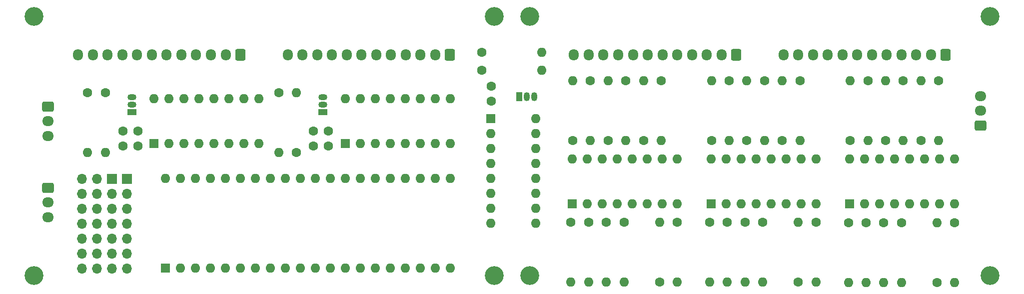
<source format=gbr>
%TF.GenerationSoftware,KiCad,Pcbnew,(7.0.0)*%
%TF.CreationDate,2023-03-22T20:44:46+09:00*%
%TF.ProjectId,NixieIndicator,4e697869-6549-46e6-9469-6361746f722e,rev?*%
%TF.SameCoordinates,Original*%
%TF.FileFunction,Soldermask,Bot*%
%TF.FilePolarity,Negative*%
%FSLAX46Y46*%
G04 Gerber Fmt 4.6, Leading zero omitted, Abs format (unit mm)*
G04 Created by KiCad (PCBNEW (7.0.0)) date 2023-03-22 20:44:46*
%MOMM*%
%LPD*%
G01*
G04 APERTURE LIST*
G04 Aperture macros list*
%AMRoundRect*
0 Rectangle with rounded corners*
0 $1 Rounding radius*
0 $2 $3 $4 $5 $6 $7 $8 $9 X,Y pos of 4 corners*
0 Add a 4 corners polygon primitive as box body*
4,1,4,$2,$3,$4,$5,$6,$7,$8,$9,$2,$3,0*
0 Add four circle primitives for the rounded corners*
1,1,$1+$1,$2,$3*
1,1,$1+$1,$4,$5*
1,1,$1+$1,$6,$7*
1,1,$1+$1,$8,$9*
0 Add four rect primitives between the rounded corners*
20,1,$1+$1,$2,$3,$4,$5,0*
20,1,$1+$1,$4,$5,$6,$7,0*
20,1,$1+$1,$6,$7,$8,$9,0*
20,1,$1+$1,$8,$9,$2,$3,0*%
G04 Aperture macros list end*
%ADD10R,1.600000X1.600000*%
%ADD11O,1.600000X1.600000*%
%ADD12R,1.500000X1.050000*%
%ADD13O,1.500000X1.050000*%
%ADD14C,1.600000*%
%ADD15C,3.200000*%
%ADD16RoundRect,0.250000X0.600000X0.725000X-0.600000X0.725000X-0.600000X-0.725000X0.600000X-0.725000X0*%
%ADD17O,1.700000X1.950000*%
%ADD18RoundRect,0.250000X-0.725000X0.600000X-0.725000X-0.600000X0.725000X-0.600000X0.725000X0.600000X0*%
%ADD19O,1.950000X1.700000*%
%ADD20O,1.700000X1.700000*%
%ADD21R,1.700000X1.700000*%
%ADD22RoundRect,0.250000X0.725000X-0.600000X0.725000X0.600000X-0.725000X0.600000X-0.725000X-0.600000X0*%
%ADD23R,1.050000X1.500000*%
%ADD24O,1.050000X1.500000*%
G04 APERTURE END LIST*
D10*
%TO.C,U6*%
X55744999Y-24619999D03*
D11*
X58284999Y-24619999D03*
X60824999Y-24619999D03*
X63364999Y-24619999D03*
X65904999Y-24619999D03*
X68444999Y-24619999D03*
X70984999Y-24619999D03*
X73524999Y-24619999D03*
X73524999Y-16999999D03*
X70984999Y-16999999D03*
X68444999Y-16999999D03*
X65904999Y-16999999D03*
X63364999Y-16999999D03*
X60824999Y-16999999D03*
X58284999Y-16999999D03*
X55744999Y-16999999D03*
%TD*%
D12*
%TO.C,Q2*%
X51999999Y-19269999D03*
D13*
X51999999Y-17999999D03*
X51999999Y-16729999D03*
%TD*%
D10*
%TO.C,U5*%
X23319999Y-24619999D03*
D11*
X25859999Y-24619999D03*
X28399999Y-24619999D03*
X30939999Y-24619999D03*
X33479999Y-24619999D03*
X36019999Y-24619999D03*
X38559999Y-24619999D03*
X41099999Y-24619999D03*
X41099999Y-16999999D03*
X38559999Y-16999999D03*
X36019999Y-16999999D03*
X33479999Y-16999999D03*
X30939999Y-16999999D03*
X28399999Y-16999999D03*
X25859999Y-16999999D03*
X23319999Y-16999999D03*
%TD*%
D14*
%TO.C,R7*%
X106300000Y-24080000D03*
D11*
X106299999Y-13919999D03*
%TD*%
D14*
%TO.C,C4*%
X52890000Y-22500000D03*
X50390000Y-22500000D03*
%TD*%
%TO.C,R25*%
X141300000Y-24080000D03*
D11*
X141299999Y-13919999D03*
%TD*%
D10*
%TO.C,U2*%
X94219999Y-34799999D03*
D11*
X96759999Y-34799999D03*
X99299999Y-34799999D03*
X101839999Y-34799999D03*
X104379999Y-34799999D03*
X106919999Y-34799999D03*
X109459999Y-34799999D03*
X111999999Y-34799999D03*
X111999999Y-27179999D03*
X109459999Y-27179999D03*
X106919999Y-27179999D03*
X104379999Y-27179999D03*
X101839999Y-27179999D03*
X99299999Y-27179999D03*
X96759999Y-27179999D03*
X94219999Y-27179999D03*
%TD*%
D15*
%TO.C,*%
X87000000Y-47000000D03*
%TD*%
%TO.C,*%
X3000000Y-3000000D03*
%TD*%
D10*
%TO.C,U3*%
X117719999Y-34799999D03*
D11*
X120259999Y-34799999D03*
X122799999Y-34799999D03*
X125339999Y-34799999D03*
X127879999Y-34799999D03*
X130419999Y-34799999D03*
X132959999Y-34799999D03*
X135499999Y-34799999D03*
X135499999Y-27179999D03*
X132959999Y-27179999D03*
X130419999Y-27179999D03*
X127879999Y-27179999D03*
X125339999Y-27179999D03*
X122799999Y-27179999D03*
X120259999Y-27179999D03*
X117719999Y-27179999D03*
%TD*%
D14*
%TO.C,R24*%
X126500000Y-37920000D03*
D11*
X126499999Y-48079999D03*
%TD*%
D12*
%TO.C,Q1*%
X19599999Y-19269999D03*
D13*
X19599999Y-17999999D03*
X19599999Y-16729999D03*
%TD*%
D14*
%TO.C,R42*%
X78920000Y-12100000D03*
D11*
X89079999Y-12099999D03*
%TD*%
D14*
%TO.C,R29*%
X150300000Y-13920000D03*
D11*
X150299999Y-24079999D03*
%TD*%
D16*
%TO.C,J4*%
X122000000Y-9500000D03*
D17*
X119499999Y-9499999D03*
X116999999Y-9499999D03*
X114499999Y-9499999D03*
X111999999Y-9499999D03*
X109499999Y-9499999D03*
X106999999Y-9499999D03*
X104499999Y-9499999D03*
X101999999Y-9499999D03*
X99499999Y-9499999D03*
X96999999Y-9499999D03*
X94499999Y-9499999D03*
%TD*%
D15*
%TO.C,*%
X165000000Y-3000000D03*
%TD*%
D14*
%TO.C,R9*%
X100000000Y-37920000D03*
D11*
X99999999Y-48079999D03*
%TD*%
D14*
%TO.C,R8*%
X109300000Y-13920000D03*
D11*
X109299999Y-24079999D03*
%TD*%
D10*
%TO.C,U1*%
X25319999Y-45724999D03*
D11*
X27859999Y-45724999D03*
X30399999Y-45724999D03*
X32939999Y-45724999D03*
X35479999Y-45724999D03*
X38019999Y-45724999D03*
X40559999Y-45724999D03*
X43099999Y-45724999D03*
X45639999Y-45724999D03*
X48179999Y-45724999D03*
X50719999Y-45724999D03*
X53259999Y-45724999D03*
X55799999Y-45724999D03*
X58339999Y-45724999D03*
X60879999Y-45724999D03*
X63419999Y-45724999D03*
X65959999Y-45724999D03*
X68499999Y-45724999D03*
X71039999Y-45724999D03*
X73579999Y-45724999D03*
X73579999Y-30484999D03*
X71039999Y-30484999D03*
X68499999Y-30484999D03*
X65959999Y-30484999D03*
X63419999Y-30484999D03*
X60879999Y-30484999D03*
X58339999Y-30484999D03*
X55799999Y-30484999D03*
X53259999Y-30484999D03*
X50719999Y-30484999D03*
X48179999Y-30484999D03*
X45639999Y-30484999D03*
X43099999Y-30484999D03*
X40559999Y-30484999D03*
X38019999Y-30484999D03*
X35479999Y-30484999D03*
X32939999Y-30484999D03*
X30399999Y-30484999D03*
X27859999Y-30484999D03*
X25319999Y-30484999D03*
%TD*%
D14*
%TO.C,R19*%
X129800000Y-24080000D03*
D11*
X129799999Y-13919999D03*
%TD*%
D14*
%TO.C,R6*%
X97000000Y-37920000D03*
D11*
X96999999Y-48079999D03*
%TD*%
D14*
%TO.C,R18*%
X120500000Y-37920000D03*
D11*
X120499999Y-48079999D03*
%TD*%
D14*
%TO.C,R10*%
X112000000Y-37920000D03*
D11*
X111999999Y-48079999D03*
%TD*%
D14*
%TO.C,R2*%
X97300000Y-13920000D03*
D11*
X97299999Y-24079999D03*
%TD*%
D14*
%TO.C,R21*%
X123500000Y-37920000D03*
D11*
X123499999Y-48079999D03*
%TD*%
D15*
%TO.C,*%
X3000000Y-47000000D03*
%TD*%
D14*
%TO.C,R16*%
X123800000Y-24080000D03*
D11*
X123799999Y-13919999D03*
%TD*%
D14*
%TO.C,R36*%
X150000000Y-38000000D03*
D11*
X149999999Y-48159999D03*
%TD*%
D14*
%TO.C,R35*%
X156000000Y-48160000D03*
D11*
X155999999Y-37999999D03*
%TD*%
D14*
%TO.C,R5*%
X103300000Y-13920000D03*
D11*
X103299999Y-24079999D03*
%TD*%
D15*
%TO.C,*%
X81000000Y-47000000D03*
%TD*%
D14*
%TO.C,R4*%
X100300000Y-24080000D03*
D11*
X100299999Y-13919999D03*
%TD*%
D16*
%TO.C,J2*%
X38000000Y-9500000D03*
D17*
X35499999Y-9499999D03*
X32999999Y-9499999D03*
X30499999Y-9499999D03*
X27999999Y-9499999D03*
X25499999Y-9499999D03*
X22999999Y-9499999D03*
X20499999Y-9499999D03*
X17999999Y-9499999D03*
X15499999Y-9499999D03*
X12999999Y-9499999D03*
X10499999Y-9499999D03*
%TD*%
D14*
%TO.C,R27*%
X141000000Y-38000000D03*
D11*
X140999999Y-48159999D03*
%TD*%
D15*
%TO.C,*%
X165000000Y-47000000D03*
%TD*%
D16*
%TO.C,J3*%
X73500000Y-9500000D03*
D17*
X70999999Y-9499999D03*
X68499999Y-9499999D03*
X65999999Y-9499999D03*
X63499999Y-9499999D03*
X60999999Y-9499999D03*
X58499999Y-9499999D03*
X55999999Y-9499999D03*
X53499999Y-9499999D03*
X50999999Y-9499999D03*
X48499999Y-9499999D03*
X45999999Y-9499999D03*
%TD*%
D14*
%TO.C,R34*%
X159000000Y-38000000D03*
D11*
X158999999Y-48159999D03*
%TD*%
D14*
%TO.C,R22*%
X135500000Y-37920000D03*
D11*
X135499999Y-48079999D03*
%TD*%
D10*
%TO.C,U4*%
X141219999Y-34799999D03*
D11*
X143759999Y-34799999D03*
X146299999Y-34799999D03*
X148839999Y-34799999D03*
X151379999Y-34799999D03*
X153919999Y-34799999D03*
X156459999Y-34799999D03*
X158999999Y-34799999D03*
X158999999Y-27179999D03*
X156459999Y-27179999D03*
X153919999Y-27179999D03*
X151379999Y-27179999D03*
X148839999Y-27179999D03*
X146299999Y-27179999D03*
X143759999Y-27179999D03*
X141219999Y-27179999D03*
%TD*%
D14*
%TO.C,R15*%
X117500000Y-37920000D03*
D11*
X117499999Y-48079999D03*
%TD*%
D18*
%TO.C,J7*%
X5400000Y-32100000D03*
D19*
X5399999Y-34599999D03*
X5399999Y-37099999D03*
%TD*%
D14*
%TO.C,R14*%
X120800000Y-13920000D03*
D11*
X120799999Y-24079999D03*
%TD*%
D15*
%TO.C,*%
X87000000Y-3000000D03*
%TD*%
D14*
%TO.C,R40*%
X47500000Y-26080000D03*
D11*
X47499999Y-15919999D03*
%TD*%
D14*
%TO.C,R33*%
X147000000Y-38000000D03*
D11*
X146999999Y-48159999D03*
%TD*%
D14*
%TO.C,C5*%
X80500000Y-17350000D03*
X80500000Y-14850000D03*
%TD*%
D20*
%TO.C,J8*%
X11179999Y-43299999D03*
X13719999Y-43299999D03*
X16259999Y-43299999D03*
X18799999Y-43299999D03*
X11179999Y-40759999D03*
X13719999Y-40759999D03*
X16259999Y-40759999D03*
X18799999Y-40759999D03*
X11179999Y-38219999D03*
X13719999Y-38219999D03*
X16259999Y-38219999D03*
X18799999Y-38219999D03*
X11179999Y-35679999D03*
X13719999Y-35679999D03*
X16259999Y-35679999D03*
X18799999Y-35679999D03*
X11179999Y-33139999D03*
X13719999Y-33139999D03*
X16259999Y-33139999D03*
X18799999Y-33139999D03*
X11179999Y-30599999D03*
X13719999Y-30599999D03*
D21*
X16259999Y-30599999D03*
X18799999Y-30599999D03*
D20*
X11179999Y-45839999D03*
X13719999Y-45839999D03*
X16259999Y-45839999D03*
X18799999Y-45839999D03*
%TD*%
D14*
%TO.C,R32*%
X156300000Y-13920000D03*
D11*
X156299999Y-24079999D03*
%TD*%
D16*
%TO.C,J5*%
X157500000Y-9500000D03*
D17*
X154999999Y-9499999D03*
X152499999Y-9499999D03*
X149999999Y-9499999D03*
X147499999Y-9499999D03*
X144999999Y-9499999D03*
X142499999Y-9499999D03*
X139999999Y-9499999D03*
X137499999Y-9499999D03*
X134999999Y-9499999D03*
X132499999Y-9499999D03*
X129999999Y-9499999D03*
%TD*%
D14*
%TO.C,R39*%
X44500000Y-15920000D03*
D11*
X44499999Y-26079999D03*
%TD*%
D14*
%TO.C,C2*%
X50390000Y-25000000D03*
X52890000Y-25000000D03*
%TD*%
%TO.C,R17*%
X126800000Y-13920000D03*
D11*
X126799999Y-24079999D03*
%TD*%
D14*
%TO.C,R30*%
X144000000Y-38000000D03*
D11*
X143999999Y-48159999D03*
%TD*%
D14*
%TO.C,R38*%
X15100000Y-15920000D03*
D11*
X15099999Y-26079999D03*
%TD*%
D22*
%TO.C,J1*%
X163375000Y-21500000D03*
D19*
X163374999Y-18999999D03*
X163374999Y-16499999D03*
%TD*%
D14*
%TO.C,R31*%
X153300000Y-24080000D03*
D11*
X153299999Y-13919999D03*
%TD*%
D14*
%TO.C,R28*%
X147300000Y-24080000D03*
D11*
X147299999Y-13919999D03*
%TD*%
D14*
%TO.C,R37*%
X12100000Y-15920000D03*
D11*
X12099999Y-26079999D03*
%TD*%
D14*
%TO.C,R41*%
X78920000Y-9100000D03*
D11*
X89079999Y-9099999D03*
%TD*%
D10*
%TO.C,U7*%
X80379999Y-20319999D03*
D11*
X80379999Y-22859999D03*
X80379999Y-25399999D03*
X80379999Y-27939999D03*
X80379999Y-30479999D03*
X80379999Y-33019999D03*
X80379999Y-35559999D03*
X80379999Y-38099999D03*
X87999999Y-38099999D03*
X87999999Y-35559999D03*
X87999999Y-33019999D03*
X87999999Y-30479999D03*
X87999999Y-27939999D03*
X87999999Y-25399999D03*
X87999999Y-22859999D03*
X87999999Y-20319999D03*
%TD*%
D14*
%TO.C,R20*%
X132800000Y-13920000D03*
D11*
X132799999Y-24079999D03*
%TD*%
D23*
%TO.C,Q3*%
X85229999Y-16599999D03*
D24*
X86499999Y-16599999D03*
X87769999Y-16599999D03*
%TD*%
D14*
%TO.C,R11*%
X109000000Y-48080000D03*
D11*
X108999999Y-37919999D03*
%TD*%
D18*
%TO.C,J6*%
X5400000Y-18300000D03*
D19*
X5399999Y-20799999D03*
X5399999Y-23299999D03*
%TD*%
D14*
%TO.C,R13*%
X117800000Y-24080000D03*
D11*
X117799999Y-13919999D03*
%TD*%
D14*
%TO.C,R12*%
X103000000Y-37920000D03*
D11*
X102999999Y-48079999D03*
%TD*%
D14*
%TO.C,R1*%
X94300000Y-24080000D03*
D11*
X94299999Y-13919999D03*
%TD*%
D14*
%TO.C,C1*%
X20600000Y-22500000D03*
X18100000Y-22500000D03*
%TD*%
%TO.C,R3*%
X94000000Y-37920000D03*
D11*
X93999999Y-48079999D03*
%TD*%
D14*
%TO.C,R23*%
X132500000Y-48080000D03*
D11*
X132499999Y-37919999D03*
%TD*%
D14*
%TO.C,C3*%
X20600000Y-25000000D03*
X18100000Y-25000000D03*
%TD*%
D15*
%TO.C,*%
X81000000Y-3000000D03*
%TD*%
D14*
%TO.C,R26*%
X144300000Y-13920000D03*
D11*
X144299999Y-24079999D03*
%TD*%
M02*

</source>
